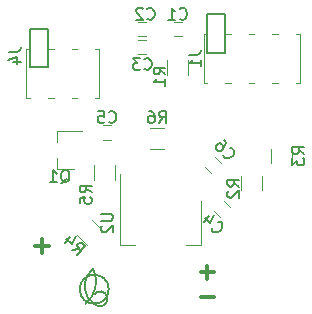
<source format=gbr>
G04 #@! TF.GenerationSoftware,KiCad,Pcbnew,no-vcs-found-33e0758~58~ubuntu16.04.1*
G04 #@! TF.CreationDate,2018-03-21T11:11:48+01:00*
G04 #@! TF.ProjectId,dropbuzzer,64726F7062757A7A65722E6B69636164,rev?*
G04 #@! TF.FileFunction,Legend,Bot*
G04 #@! TF.FilePolarity,Positive*
%FSLAX46Y46*%
G04 Gerber Fmt 4.6, Leading zero omitted, Abs format (unit mm)*
G04 Created by KiCad (PCBNEW no-vcs-found-33e0758~58~ubuntu16.04.1) date Wed Mar 21 11:11:48 2018*
%MOMM*%
%LPD*%
G01*
G04 APERTURE LIST*
%ADD10C,0.100000*%
%ADD11C,0.200000*%
%ADD12C,0.300000*%
%ADD13C,0.120000*%
%ADD14C,0.150000*%
G04 APERTURE END LIST*
D10*
D11*
X107160746Y-78027806D02*
G75*
G03X107836433Y-75027905I-1534021J1921563D01*
G01*
X107759229Y-75089012D02*
G75*
G03X108030887Y-78086142I1155541J-1406139D01*
G01*
X109149896Y-76778174D02*
G75*
G03X109149896Y-76778174I-1225255J0D01*
G01*
X108119275Y-78139174D02*
G75*
G03X107897667Y-77235933I303391J553242D01*
G01*
X117500000Y-53500000D02*
X117500000Y-53750000D01*
X119000000Y-53500000D02*
X117500000Y-53500000D01*
X119000000Y-53750000D02*
X119000000Y-53500000D01*
X119000000Y-56750000D02*
X119000000Y-53750000D01*
X117500000Y-56750000D02*
X119000000Y-56750000D01*
X117500000Y-53750000D02*
X117500000Y-56750000D01*
X104000000Y-54750000D02*
X104000000Y-55000000D01*
X102500000Y-54750000D02*
X104000000Y-54750000D01*
X102500000Y-55000000D02*
X102500000Y-54750000D01*
X104000000Y-58000000D02*
X104000000Y-55000000D01*
X102500000Y-58000000D02*
X104000000Y-58000000D01*
X102500000Y-55000000D02*
X102500000Y-58000000D01*
D12*
X104071428Y-73107142D02*
X102928571Y-73107142D01*
X103500000Y-73678571D02*
X103500000Y-72535714D01*
X118071428Y-75357142D02*
X116928571Y-75357142D01*
X117500000Y-75928571D02*
X117500000Y-74785714D01*
X116928571Y-77392857D02*
X118071428Y-77392857D01*
D13*
X106010000Y-60560000D02*
X106490000Y-60560000D01*
X106010000Y-56440000D02*
X106490000Y-56440000D01*
X104010000Y-60560000D02*
X104490000Y-60560000D01*
X104010000Y-56440000D02*
X104490000Y-56440000D01*
X108010000Y-60560000D02*
X108310000Y-60560000D01*
X108010000Y-56440000D02*
X108310000Y-56440000D01*
X102190000Y-60560000D02*
X102490000Y-60560000D01*
X102190000Y-56440000D02*
X102490000Y-56440000D01*
X102490000Y-55185000D02*
X102490000Y-56440000D01*
X108310000Y-56440000D02*
X108310000Y-60560000D01*
X102190000Y-56440000D02*
X102190000Y-60560000D01*
X117190000Y-55190000D02*
X117190000Y-59310000D01*
X125310000Y-55190000D02*
X125310000Y-59310000D01*
X117490000Y-53935000D02*
X117490000Y-55190000D01*
X117190000Y-55190000D02*
X117490000Y-55190000D01*
X117190000Y-59310000D02*
X117490000Y-59310000D01*
X125010000Y-55190000D02*
X125310000Y-55190000D01*
X125010000Y-59310000D02*
X125310000Y-59310000D01*
X119010000Y-55190000D02*
X119490000Y-55190000D01*
X119010000Y-59310000D02*
X119490000Y-59310000D01*
X121010000Y-55190000D02*
X121490000Y-55190000D01*
X121010000Y-59310000D02*
X121490000Y-59310000D01*
X123010000Y-55190000D02*
X123490000Y-55190000D01*
X123010000Y-59310000D02*
X123490000Y-59310000D01*
X104740000Y-66580000D02*
X104740000Y-65650000D01*
X104740000Y-63420000D02*
X104740000Y-64350000D01*
X104740000Y-63420000D02*
X106900000Y-63420000D01*
X104740000Y-66580000D02*
X106200000Y-66580000D01*
X114650000Y-55350000D02*
X115350000Y-55350000D01*
X115350000Y-54150000D02*
X114650000Y-54150000D01*
X112350000Y-54150000D02*
X111650000Y-54150000D01*
X111650000Y-55350000D02*
X112350000Y-55350000D01*
X111650000Y-56850000D02*
X112350000Y-56850000D01*
X112350000Y-55650000D02*
X111650000Y-55650000D01*
X118078249Y-70176777D02*
X118573223Y-70671751D01*
X119421751Y-69823223D02*
X118926777Y-69328249D01*
X109350000Y-62900000D02*
X108650000Y-62900000D01*
X108650000Y-64100000D02*
X109350000Y-64100000D01*
X118671751Y-66073223D02*
X118176777Y-65578249D01*
X117328249Y-66426777D02*
X117823223Y-66921751D01*
X114120000Y-57400000D02*
X114120000Y-58600000D01*
X115880000Y-58600000D02*
X115880000Y-57400000D01*
X122130000Y-68350000D02*
X122130000Y-67150000D01*
X120370000Y-67150000D02*
X120370000Y-68350000D01*
X122870000Y-64900000D02*
X122870000Y-66100000D01*
X124630000Y-66100000D02*
X124630000Y-64900000D01*
X106453482Y-72197990D02*
X107302010Y-73046518D01*
X108546518Y-71802010D02*
X107697990Y-70953482D01*
X109681776Y-67500126D02*
X109681776Y-66300126D01*
X107921776Y-66300126D02*
X107921776Y-67500126D01*
X112650000Y-64880000D02*
X113850000Y-64880000D01*
X113850000Y-63120000D02*
X112650000Y-63120000D01*
X110141777Y-67050126D02*
X110141777Y-73060126D01*
X116961777Y-69300126D02*
X116961777Y-73060126D01*
X110141777Y-73060126D02*
X111401777Y-73060126D01*
X116961777Y-73060126D02*
X115701777Y-73060126D01*
D14*
X100702380Y-56666666D02*
X101416666Y-56666666D01*
X101559523Y-56619047D01*
X101654761Y-56523809D01*
X101702380Y-56380952D01*
X101702380Y-56285714D01*
X101035714Y-57571428D02*
X101702380Y-57571428D01*
X100654761Y-57333333D02*
X101369047Y-57095238D01*
X101369047Y-57714285D01*
X115952380Y-56916666D02*
X116666666Y-56916666D01*
X116809523Y-56869047D01*
X116904761Y-56773809D01*
X116952380Y-56630952D01*
X116952380Y-56535714D01*
X116952380Y-57916666D02*
X116952380Y-57345238D01*
X116952380Y-57630952D02*
X115952380Y-57630952D01*
X116095238Y-57535714D01*
X116190476Y-57440476D01*
X116238095Y-57345238D01*
X105095238Y-67797619D02*
X105190476Y-67750000D01*
X105285714Y-67654761D01*
X105428571Y-67511904D01*
X105523809Y-67464285D01*
X105619047Y-67464285D01*
X105571428Y-67702380D02*
X105666666Y-67654761D01*
X105761904Y-67559523D01*
X105809523Y-67369047D01*
X105809523Y-67035714D01*
X105761904Y-66845238D01*
X105666666Y-66750000D01*
X105571428Y-66702380D01*
X105380952Y-66702380D01*
X105285714Y-66750000D01*
X105190476Y-66845238D01*
X105142857Y-67035714D01*
X105142857Y-67369047D01*
X105190476Y-67559523D01*
X105285714Y-67654761D01*
X105380952Y-67702380D01*
X105571428Y-67702380D01*
X104190476Y-67702380D02*
X104761904Y-67702380D01*
X104476190Y-67702380D02*
X104476190Y-66702380D01*
X104571428Y-66845238D01*
X104666666Y-66940476D01*
X104761904Y-66988095D01*
X115166666Y-53857142D02*
X115214285Y-53904761D01*
X115357142Y-53952380D01*
X115452380Y-53952380D01*
X115595238Y-53904761D01*
X115690476Y-53809523D01*
X115738095Y-53714285D01*
X115785714Y-53523809D01*
X115785714Y-53380952D01*
X115738095Y-53190476D01*
X115690476Y-53095238D01*
X115595238Y-53000000D01*
X115452380Y-52952380D01*
X115357142Y-52952380D01*
X115214285Y-53000000D01*
X115166666Y-53047619D01*
X114214285Y-53952380D02*
X114785714Y-53952380D01*
X114500000Y-53952380D02*
X114500000Y-52952380D01*
X114595238Y-53095238D01*
X114690476Y-53190476D01*
X114785714Y-53238095D01*
X112416666Y-53857142D02*
X112464285Y-53904761D01*
X112607142Y-53952380D01*
X112702380Y-53952380D01*
X112845238Y-53904761D01*
X112940476Y-53809523D01*
X112988095Y-53714285D01*
X113035714Y-53523809D01*
X113035714Y-53380952D01*
X112988095Y-53190476D01*
X112940476Y-53095238D01*
X112845238Y-53000000D01*
X112702380Y-52952380D01*
X112607142Y-52952380D01*
X112464285Y-53000000D01*
X112416666Y-53047619D01*
X112035714Y-53047619D02*
X111988095Y-53000000D01*
X111892857Y-52952380D01*
X111654761Y-52952380D01*
X111559523Y-53000000D01*
X111511904Y-53047619D01*
X111464285Y-53142857D01*
X111464285Y-53238095D01*
X111511904Y-53380952D01*
X112083333Y-53952380D01*
X111464285Y-53952380D01*
X112166666Y-58107142D02*
X112214285Y-58154761D01*
X112357142Y-58202380D01*
X112452380Y-58202380D01*
X112595238Y-58154761D01*
X112690476Y-58059523D01*
X112738095Y-57964285D01*
X112785714Y-57773809D01*
X112785714Y-57630952D01*
X112738095Y-57440476D01*
X112690476Y-57345238D01*
X112595238Y-57250000D01*
X112452380Y-57202380D01*
X112357142Y-57202380D01*
X112214285Y-57250000D01*
X112166666Y-57297619D01*
X111833333Y-57202380D02*
X111214285Y-57202380D01*
X111547619Y-57583333D01*
X111404761Y-57583333D01*
X111309523Y-57630952D01*
X111261904Y-57678571D01*
X111214285Y-57773809D01*
X111214285Y-58011904D01*
X111261904Y-58107142D01*
X111309523Y-58154761D01*
X111404761Y-58202380D01*
X111690476Y-58202380D01*
X111785714Y-58154761D01*
X111833333Y-58107142D01*
X117865311Y-71620389D02*
X117865311Y-71687732D01*
X117932655Y-71822419D01*
X117999999Y-71889763D01*
X118134686Y-71957106D01*
X118269373Y-71957106D01*
X118370388Y-71923435D01*
X118538747Y-71822419D01*
X118639762Y-71721404D01*
X118740777Y-71553045D01*
X118774449Y-71452030D01*
X118774449Y-71317343D01*
X118707105Y-71182656D01*
X118639762Y-71115312D01*
X118505075Y-71047969D01*
X118437731Y-71047969D01*
X117663281Y-70610236D02*
X117191876Y-71081641D01*
X118101014Y-70509221D02*
X117764296Y-71182656D01*
X117326563Y-70744923D01*
X109166666Y-62607142D02*
X109214285Y-62654761D01*
X109357142Y-62702380D01*
X109452380Y-62702380D01*
X109595238Y-62654761D01*
X109690476Y-62559523D01*
X109738095Y-62464285D01*
X109785714Y-62273809D01*
X109785714Y-62130952D01*
X109738095Y-61940476D01*
X109690476Y-61845238D01*
X109595238Y-61750000D01*
X109452380Y-61702380D01*
X109357142Y-61702380D01*
X109214285Y-61750000D01*
X109166666Y-61797619D01*
X108261904Y-61702380D02*
X108738095Y-61702380D01*
X108785714Y-62178571D01*
X108738095Y-62130952D01*
X108642857Y-62083333D01*
X108404761Y-62083333D01*
X108309523Y-62130952D01*
X108261904Y-62178571D01*
X108214285Y-62273809D01*
X108214285Y-62511904D01*
X108261904Y-62607142D01*
X108309523Y-62654761D01*
X108404761Y-62702380D01*
X108642857Y-62702380D01*
X108738095Y-62654761D01*
X108785714Y-62607142D01*
X118865312Y-65370389D02*
X118865312Y-65437732D01*
X118932656Y-65572419D01*
X119000000Y-65639763D01*
X119134687Y-65707106D01*
X119269374Y-65707106D01*
X119370389Y-65673435D01*
X119538748Y-65572419D01*
X119639763Y-65471404D01*
X119740778Y-65303045D01*
X119774450Y-65202030D01*
X119774450Y-65067343D01*
X119707106Y-64932656D01*
X119639763Y-64865312D01*
X119505076Y-64797969D01*
X119437732Y-64797969D01*
X118898984Y-64124534D02*
X119033671Y-64259221D01*
X119067343Y-64360236D01*
X119067343Y-64427580D01*
X119033671Y-64595938D01*
X118932656Y-64764297D01*
X118663282Y-65033671D01*
X118562267Y-65067343D01*
X118494923Y-65067343D01*
X118393908Y-65033671D01*
X118259221Y-64898984D01*
X118225549Y-64797969D01*
X118225549Y-64730625D01*
X118259221Y-64629610D01*
X118427580Y-64461251D01*
X118528595Y-64427580D01*
X118595938Y-64427580D01*
X118696954Y-64461251D01*
X118831641Y-64595938D01*
X118865312Y-64696954D01*
X118865312Y-64764297D01*
X118831641Y-64865312D01*
X113952380Y-58583333D02*
X113476190Y-58250000D01*
X113952380Y-58011904D02*
X112952380Y-58011904D01*
X112952380Y-58392857D01*
X113000000Y-58488095D01*
X113047619Y-58535714D01*
X113142857Y-58583333D01*
X113285714Y-58583333D01*
X113380952Y-58535714D01*
X113428571Y-58488095D01*
X113476190Y-58392857D01*
X113476190Y-58011904D01*
X113952380Y-59535714D02*
X113952380Y-58964285D01*
X113952380Y-59250000D02*
X112952380Y-59250000D01*
X113095238Y-59154761D01*
X113190476Y-59059523D01*
X113238095Y-58964285D01*
X120202380Y-68083333D02*
X119726190Y-67750000D01*
X120202380Y-67511904D02*
X119202380Y-67511904D01*
X119202380Y-67892857D01*
X119250000Y-67988095D01*
X119297619Y-68035714D01*
X119392857Y-68083333D01*
X119535714Y-68083333D01*
X119630952Y-68035714D01*
X119678571Y-67988095D01*
X119726190Y-67892857D01*
X119726190Y-67511904D01*
X119297619Y-68464285D02*
X119250000Y-68511904D01*
X119202380Y-68607142D01*
X119202380Y-68845238D01*
X119250000Y-68940476D01*
X119297619Y-68988095D01*
X119392857Y-69035714D01*
X119488095Y-69035714D01*
X119630952Y-68988095D01*
X120202380Y-68416666D01*
X120202380Y-69035714D01*
X125702380Y-65333333D02*
X125226190Y-65000000D01*
X125702380Y-64761904D02*
X124702380Y-64761904D01*
X124702380Y-65142857D01*
X124750000Y-65238095D01*
X124797619Y-65285714D01*
X124892857Y-65333333D01*
X125035714Y-65333333D01*
X125130952Y-65285714D01*
X125178571Y-65238095D01*
X125226190Y-65142857D01*
X125226190Y-64761904D01*
X124702380Y-65666666D02*
X124702380Y-66285714D01*
X125083333Y-65952380D01*
X125083333Y-66095238D01*
X125130952Y-66190476D01*
X125178571Y-66238095D01*
X125273809Y-66285714D01*
X125511904Y-66285714D01*
X125607142Y-66238095D01*
X125654761Y-66190476D01*
X125702380Y-66095238D01*
X125702380Y-65809523D01*
X125654761Y-65714285D01*
X125607142Y-65666666D01*
X106047969Y-73437732D02*
X106620389Y-73336717D01*
X106452030Y-73841793D02*
X107159137Y-73134687D01*
X106889763Y-72865312D01*
X106788748Y-72831641D01*
X106721404Y-72831641D01*
X106620389Y-72865312D01*
X106519374Y-72966328D01*
X106485702Y-73067343D01*
X106485702Y-73134687D01*
X106519374Y-73235702D01*
X106788748Y-73505076D01*
X105913282Y-72360236D02*
X105441877Y-72831641D01*
X106351015Y-72259221D02*
X106014297Y-72932656D01*
X105576564Y-72494923D01*
X107702380Y-68583333D02*
X107226190Y-68250000D01*
X107702380Y-68011904D02*
X106702380Y-68011904D01*
X106702380Y-68392857D01*
X106750000Y-68488095D01*
X106797619Y-68535714D01*
X106892857Y-68583333D01*
X107035714Y-68583333D01*
X107130952Y-68535714D01*
X107178571Y-68488095D01*
X107226190Y-68392857D01*
X107226190Y-68011904D01*
X106702380Y-69488095D02*
X106702380Y-69011904D01*
X107178571Y-68964285D01*
X107130952Y-69011904D01*
X107083333Y-69107142D01*
X107083333Y-69345238D01*
X107130952Y-69440476D01*
X107178571Y-69488095D01*
X107273809Y-69535714D01*
X107511904Y-69535714D01*
X107607142Y-69488095D01*
X107654761Y-69440476D01*
X107702380Y-69345238D01*
X107702380Y-69107142D01*
X107654761Y-69011904D01*
X107607142Y-68964285D01*
X113416666Y-62702380D02*
X113750000Y-62226190D01*
X113988095Y-62702380D02*
X113988095Y-61702380D01*
X113607142Y-61702380D01*
X113511904Y-61750000D01*
X113464285Y-61797619D01*
X113416666Y-61892857D01*
X113416666Y-62035714D01*
X113464285Y-62130952D01*
X113511904Y-62178571D01*
X113607142Y-62226190D01*
X113988095Y-62226190D01*
X112559523Y-61702380D02*
X112750000Y-61702380D01*
X112845238Y-61750000D01*
X112892857Y-61797619D01*
X112988095Y-61940476D01*
X113035714Y-62130952D01*
X113035714Y-62511904D01*
X112988095Y-62607142D01*
X112940476Y-62654761D01*
X112845238Y-62702380D01*
X112654761Y-62702380D01*
X112559523Y-62654761D01*
X112511904Y-62607142D01*
X112464285Y-62511904D01*
X112464285Y-62273809D01*
X112511904Y-62178571D01*
X112559523Y-62130952D01*
X112654761Y-62083333D01*
X112845238Y-62083333D01*
X112940476Y-62130952D01*
X112988095Y-62178571D01*
X113035714Y-62273809D01*
X108504156Y-70388221D02*
X109313680Y-70388221D01*
X109408918Y-70435840D01*
X109456537Y-70483459D01*
X109504156Y-70578697D01*
X109504156Y-70769173D01*
X109456537Y-70864411D01*
X109408918Y-70912030D01*
X109313680Y-70959649D01*
X108504156Y-70959649D01*
X108599395Y-71388221D02*
X108551776Y-71435840D01*
X108504156Y-71531078D01*
X108504156Y-71769173D01*
X108551776Y-71864411D01*
X108599395Y-71912030D01*
X108694633Y-71959649D01*
X108789871Y-71959649D01*
X108932728Y-71912030D01*
X109504156Y-71340602D01*
X109504156Y-71959649D01*
M02*

</source>
